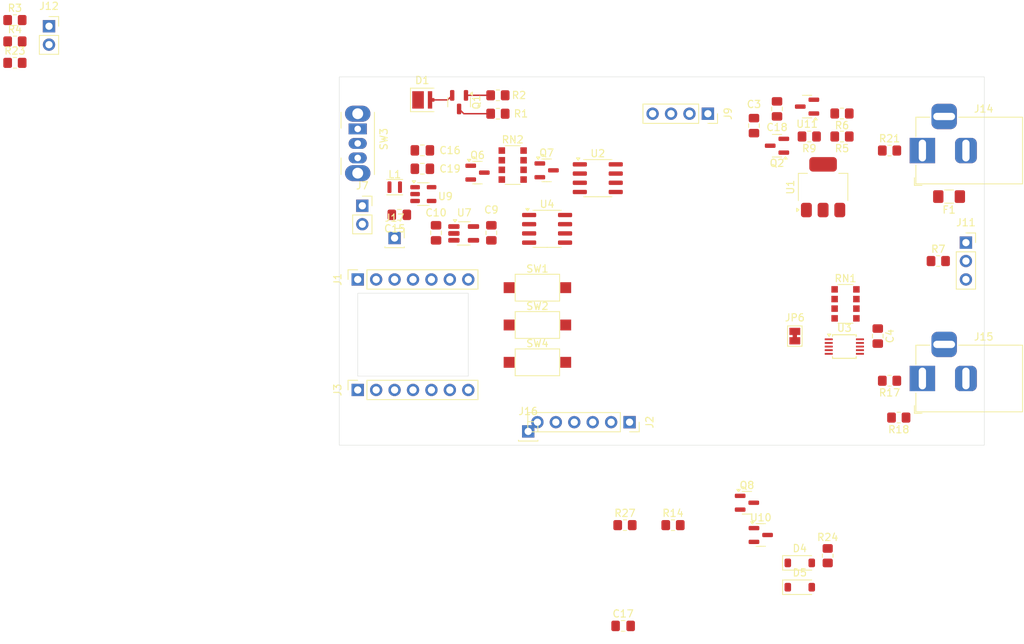
<source format=kicad_pcb>
(kicad_pcb (version 20241229) (generator "pcbnew") (generator_version "9.0")
  (layers (0 "F.Cu" signal) (4 "In1.Cu" signal) (6 "In2.Cu" signal) (2 "B.Cu" signal) (13 "F.Paste" user) (15 "B.Paste" user) (5 "F.SilkS" user "F.Silkscreen") (7 "B.SilkS" user "B.Silkscreen") (1 "F.Mask" user) (3 "B.Mask" user) (25 "Edge.Cuts" user))
  (net 0 "")
  (net 1 "GND")
  (net 2 "Resistor_Input")
  (net 3 "VDD")
  (net 4 "Net-(U7-C1+)")
  (net 5 "Net-(U7-C1-)")
  (net 6 "+9V")
  (net 7 "XIAO Batt Pin")
  (net 8 "/V Ref to ADS-0")
  (net 9 "/R Circuit I Output")
  (net 10 "Net-(D1-A)")
  (net 11 "/ADC-1")
  (net 12 "Net-(F1-Pad1)")
  (net 13 "D7")
  (net 14 "XIAO 5V")
  (net 15 "+3V3")
  (net 16 "D10~")
  (net 17 "D5~ (IR)")
  (net 18 "D9~")
  (net 19 "CS")
  (net 20 "MOSI")
  (net 21 "CLK")
  (net 22 "MISO")
  (net 23 "A0{slash}D14")
  (net 24 "SCL")
  (net 25 "A1{slash}D15")
  (net 26 "D3~")
  (net 27 "SDA")
  (net 28 "D6~")
  (net 29 "A2{slash}D16")
  (net 30 "+BATT")
  (net 31 "SDA-5V")
  (net 32 "SCL-5V")
  (net 33 "Net-(J11-Pin_2)")
  (net 34 "V_Input_REF")
  (net 35 "V_Input_Float")
  (net 36 "/R into ADS")
  (net 37 "ADS_ADDR")
  (net 38 "Net-(U9-SW)")
  (net 39 "Net-(Q1-B)")
  (net 40 "Net-(Q1-C)")
  (net 41 "Net-(Q2-G)")
  (net 42 "/Driver_U4_Out_A")
  (net 43 "A3{slash}D17")
  (net 44 "+VSW")
  (net 45 "Net-(U1-VO)")
  (net 46 "I_Input")
  (net 47 "/Uno5vPin")
  (net 49 "ADS_ALERT")
  (net 51 "/Driver_U2_Out_B")
  (net 54 "/Driver_U4_In_B")
  (net 57 "/Driver_U4_Out_B")
  (footprint "Connector_BarrelJack:BarrelJack_Horizontal" (layer "F.Cu") (at 207.36 86.36 180)
    (property "Reference" "J14" (at -8.45 5.75 0) (layer "F.SilkS"))
    (property "Value" "Barrel_Jack")
    (pad "1" thru_hole rect (at 0 0 180) (size 3.5 3.5) (drill oval 1 3) (layers "*.Cu" "*.Mask") (net 2 "Resistor_Input"))
    (pad "2" thru_hole roundrect (at -6 0 180) (size 3 3.5) (drill oval 1 3) (layers "*.Cu" "*.Mask") (net 12 "Net-(F1-Pad1)"))
    (pad "3" thru_hole roundrect (at -3 4.7 180) (size 3.5 3.5) (drill oval 3 1) (layers "*.Cu" "*.Mask"))
  )
  (footprint "Connector_PinSocket_2.54mm:PinSocket_1x03_P2.54mm_Vertical" (layer "F.Cu") (at 213.36 99.06)
    (property "Reference" "J11" (at 0 -2.77 0) (layer "F.SilkS"))
    (property "Value" "I_Input")
    (pad "1" thru_hole rect (at 0 0) (size 1.7 1.7) (drill 1) (layers "*.Cu" "*.Mask") (net 3 "VDD"))
    (pad "2" thru_hole circle (at 0 2.54) (size 1.7 1.7) (drill 1) (layers "*.Cu" "*.Mask") (net 33 "Net-(J11-Pin_2)"))
    (pad "3" thru_hole circle (at 0 5.08) (size 1.7 1.7) (drill 1) (layers "*.Cu" "*.Mask") (net 1 "GND"))
  )
  (footprint "Resistor_SMD:R_0805_2012Metric_Pad1.20x1.40mm_HandSolder" (layer "F.Cu") (at 202.835 118.11 180)
    (property "Reference" "R17" (at 0 -1.65 0) (layer "F.SilkS"))
    (property "Value" "499.0K")
    (pad "1" smd roundrect (at -1 0 180) (size 1.2 1.4) (layers "F.Cu" "F.Mask" "F.Paste") (roundrect_rratio 0.208333) (net 35 "V_Input_Float"))
    (pad "2" smd roundrect (at 1 0 180) (size 1.2 1.4) (layers "F.Cu" "F.Mask" "F.Paste") (roundrect_rratio 0.208333) (net 11 "/ADC-1"))
  )
  (footprint "Package_SO:SOIC-8_3.9x4.9mm_P1.27mm" (layer "F.Cu") (at 162.625 90.17)
    (property "Reference" "U2" (at 0 -3.4 0) (layer "F.SilkS"))
    (property "Value" "IX4426N")
    (pad "1" smd roundrect (at -2.475 -1.905) (size 1.95 0.6) (layers "F.Cu" "F.Mask" "F.Paste"))
    (pad "2" smd roundrect (at -2.475 -0.635) (size 1.95 0.6) (layers "F.Cu" "F.Mask" "F.Paste") (net 13 "D7"))
    (pad "3" smd roundrect (at -2.475 0.635) (size 1.95 0.6) (layers "F.Cu" "F.Mask" "F.Paste") (net 1 "GND"))
    (pad "4" smd roundrect (at -2.475 1.905) (size 1.95 0.6) (layers "F.Cu" "F.Mask" "F.Paste") (net 18 "D9~"))
    (pad "5" smd roundrect (at 2.475 1.905) (size 1.95 0.6) (layers "F.Cu" "F.Mask" "F.Paste") (net 51 "/Driver_U2_Out_B"))
    (pad "6" smd roundrect (at 2.475 0.635) (size 1.95 0.6) (layers "F.Cu" "F.Mask" "F.Paste") (net 6 "+9V"))
    (pad "7" smd roundrect (at 2.475 -0.635) (size 1.95 0.6) (layers "F.Cu" "F.Mask" "F.Paste") (net 41 "Net-(Q2-G)"))
    (pad "8" smd roundrect (at 2.475 -1.905) (size 1.95 0.6) (layers "F.Cu" "F.Mask" "F.Paste"))
  )
  (footprint "Capacitor_SMD:C_0805_2012Metric_Pad1.18x1.45mm_HandSolder" (layer "F.Cu") (at 138.45 88.875 180)
    (property "Reference" "C19" (at -3.81 0 0) (layer "F.SilkS"))
    (property "Value" "22uF")
    (pad "1" smd roundrect (at -1.0375 0 180) (size 1.175 1.45) (layers "F.Cu" "F.Mask" "F.Paste") (roundrect_rratio 0.212766) (net 3 "VDD"))
    (pad "2" smd roundrect (at 1.0375 0 180) (size 1.175 1.45) (layers "F.Cu" "F.Mask" "F.Paste") (roundrect_rratio 0.212766) (net 1 "GND"))
  )
  (footprint "Connector_BarrelJack:BarrelJack_Horizontal" (layer "F.Cu") (at 207.36 117.7975 180)
    (property "Reference" "J15" (at -8.45 5.75 0) (layer "F.SilkS"))
    (property "Value" "Barrel_Jack")
    (pad "1" thru_hole rect (at 0 0 180) (size 3.5 3.5) (drill oval 1 3) (layers "*.Cu" "*.Mask") (net 35 "V_Input_Float"))
    (pad "2" thru_hole roundrect (at -6 0 180) (size 3 3.5) (drill oval 1 3) (layers "*.Cu" "*.Mask") (net 34 "V_Input_REF"))
    (pad "3" thru_hole roundrect (at -3 4.7 180) (size 3.5 3.5) (drill oval 3 1) (layers "*.Cu" "*.Mask"))
  )
  (footprint "Resistor_SMD:R_0805_2012Metric_Pad1.20x1.40mm_HandSolder" (layer "F.Cu") (at 166.37 138.025)
    (property "Reference" "R27" (at 0 -1.65 0) (layer "F.SilkS"))
    (property "Value" "4.7K")
    (pad "1" smd roundrect (at -1 0) (size 1.2 1.4) (layers "F.Cu" "F.Mask" "F.Paste") (roundrect_rratio 0.208333) (net 3 "VDD"))
    (pad "2" smd roundrect (at 1 0) (size 1.2 1.4) (layers "F.Cu" "F.Mask" "F.Paste") (roundrect_rratio 0.208333) (net 8 "/V Ref to ADS-0"))
  )
  (footprint "Resistor_SMD:R_0805_2012Metric_Pad1.20x1.40mm_HandSolder" (layer "F.Cu") (at 82.295 71.315)
    (property "Reference" "R4" (at 0 -1.65 0) (layer "F.SilkS"))
    (property "Value" "100K")
    (pad "1" smd roundrect (at -1 0) (size 1.2 1.4) (layers "F.Cu" "F.Mask" "F.Paste") (roundrect_rratio 0.208333) (net 43 "A3{slash}D17"))
    (pad "2" smd roundrect (at 1 0) (size 1.2 1.4) (layers "F.Cu" "F.Mask" "F.Paste") (roundrect_rratio 0.208333) (net 44 "+VSW"))
  )
  (footprint "Capacitor_SMD:C_0805_2012Metric_Pad1.18x1.45mm_HandSolder" (layer "F.Cu") (at 140.335 97.7075 -90)
    (property "Reference" "C10" (at -2.7725 0 0) (layer "F.SilkS"))
    (property "Value" "4.7uF")
    (pad "1" smd roundrect (at -1.0375 0 270) (size 1.175 1.45) (layers "F.Cu" "F.Mask" "F.Paste") (roundrect_rratio 0.212766) (net 1 "GND"))
    (pad "2" smd roundrect (at 1.0375 0 270) (size 1.175 1.45) (layers "F.Cu" "F.Mask" "F.Paste") (roundrect_rratio 0.212766) (net 6 "+9V"))
  )
  (footprint "Jumper:SolderJumper-2_P1.3mm_Bridged_Pad1.0x1.5mm" (layer "F.Cu") (at 189.78 111.95 -90)
    (property "Reference" "JP6" (at -2.54 0 180) (layer "F.SilkS"))
    (property "Value" "Jumper_2_Bridged")
    (fp_poly (pts (xy -0.25 -0.3) (xy 0.25 -0.3) (xy 0.25 0.3) (xy -0.25 0.3)) (fill yes) (layer "F.Cu"))
    (pad "1" smd rect (at -0.65 0 270) (size 1 1.5) (layers "F.Cu" "F.Mask") (net 1 "GND"))
    (pad "2" smd rect (at 0.65 0 270) (size 1 1.5) (layers "F.Cu" "F.Mask") (net 37 "ADS_ADDR"))
  )
  (footprint "Package_TO_SOT_SMD:SOT-23-5" (layer "F.Cu") (at 138.5825 92.365)
    (property "Reference" "U9" (at 3.0425 0.32 0) (layer "F.SilkS"))
    (property "Value" "TPS613222ADBV")
    (pad "1" smd roundrect (at -1.1375 -0.95) (size 1.325 0.6) (layers "F.Cu" "F.Mask" "F.Paste") (net 38 "Net-(U9-SW)"))
    (pad "2" smd roundrect (at -1.1375 0) (size 1.325 0.6) (layers "F.Cu" "F.Mask" "F.Paste") (net 1 "GND"))
    (pad "3" smd roundrect (at -1.1375 0.95) (size 1.325 0.6) (layers "F.Cu" "F.Mask" "F.Paste") (net 1 "GND"))
    (pad "4" smd roundrect (at 1.1375 0.95) (size 1.325 0.6) (layers "F.Cu" "F.Mask" "F.Paste") (net 3 "VDD"))
    (pad "5" smd roundrect (at 1.1375 -0.95) (size 1.325 0.6) (layers "F.Cu" "F.Mask" "F.Paste") (net 3 "VDD"))
  )
  (footprint "Resistor_SMD:R_0805_2012Metric_Pad1.20x1.40mm_HandSolder" (layer "F.Cu") (at 196.28 84.425 180)
    (property "Reference" "R5" (at 0 -1.65 0) (layer "F.SilkS"))
    (property "Value" "62.0")
    (pad "1" smd roundrect (at -1 0 180) (size 1.2 1.4) (layers "F.Cu" "F.Mask" "F.Paste") (roundrect_rratio 0.208333) (net 45 "Net-(U1-VO)"))
    (pad "2" smd roundrect (at 1 0 180) (size 1.2 1.4) (layers "F.Cu" "F.Mask" "F.Paste") (roundrect_rratio 0.208333) (net 9 "/R Circuit I Output"))
  )
  (footprint "Resistor_SMD:R_0805_2012Metric_Pad1.20x1.40mm_HandSolder" (layer "F.Cu") (at 82.295 68.365)
    (property "Reference" "R3" (at 0 -1.65 0) (layer "F.SilkS"))
    (property "Value" "22K")
    (pad "1" smd roundrect (at -1 0) (size 1.2 1.4) (layers "F.Cu" "F.Mask" "F.Paste") (roundrect_rratio 0.208333) (net 1 "GND"))
    (pad "2" smd roundrect (at 1 0) (size 1.2 1.4) (layers "F.Cu" "F.Mask" "F.Paste") (roundrect_rratio 0.208333) (net 43 "A3{slash}D17"))
  )
  (footprint "Resistor_SMD:R_0805_2012Metric_Pad1.20x1.40mm_HandSolder" (layer "F.Cu") (at 202.835 86.36)
    (property "Reference" "R21" (at 0 -1.65 0) (layer "F.SilkS"))
    (property "Value" "0")
    (pad "1" smd roundrect (at -1 0) (size 1.2 1.4) (layers "F.Cu" "F.Mask" "F.Paste") (roundrect_rratio 0.208333) (net 36 "/R into ADS"))
    (pad "2" smd roundrect (at 1 0) (size 1.2 1.4) (layers "F.Cu" "F.Mask" "F.Paste") (roundrect_rratio 0.208333) (net 2 "Resistor_Input"))
  )
  (footprint "Connector_PinSocket_2.54mm:PinSocket_1x07_P2.54mm_Vertical" (layer "F.Cu") (at 129.54 119.38 90)
    (property "Reference" "J3" (at 0 -2.77 90) (layer "F.SilkS"))
    (property "Value" "Conn_01x07_Pin")
    (pad "1" thru_hole rect (at 0 0 90) (size 1.7 1.7) (drill 1) (layers "*.Cu" "*.Mask") (net 23 "A0{slash}D14"))
    (pad "2" thru_hole circle (at 0 2.54 90) (size 1.7 1.7) (drill 1) (layers "*.Cu" "*.Mask") (net 25 "A1{slash}D15"))
    (pad "3" thru_hole circle (at 0 5.08 90) (size 1.7 1.7) (drill 1) (layers "*.Cu" "*.Mask") (net 29 "A2{slash}D16"))
    (pad "4" thru_hole circle (at 0 7.62 90) (size 1.7 1.7) (drill 1) (layers "*.Cu" "*.Mask") (net 26 "D3~"))
    (pad "5" thru_hole circle (at 0 10.16 90) (size 1.7 1.7) (drill 1) (layers "*.Cu" "*.Mask") (net 27 "SDA"))
    (pad "6" thru_hole circle (at 0 12.7 90) (size 1.7 1.7) (drill 1) (layers "*.Cu" "*.Mask") (net 24 "SCL"))
    (pad "7" thru_hole circle (at 0 15.24 90) (size 1.7 1.7) (drill 1) (layers "*.Cu" "*.Mask") (net 28 "D6~"))
  )
  (footprint "Resistor_SMD:R_Array_Convex_4x1206" (layer "F.Cu") (at 196.765 107.505)
    (property "Reference" "RN1" (at 0 -3.5 0) (layer "F.SilkS"))
    (property "Value" "1K x4")
    (pad "1" smd rect (at -1.5 -2) (size 0.9 0.9) (layers "F.Cu" "F.Mask" "F.Paste"))
    (pad "2" smd rect (at -1.5 -0.66) (size 0.9 0.9) (layers "F.Cu" "F.Mask" "F.Paste") (net 31 "SDA-5V"))
    (pad "3" smd rect (at -1.5 0.66) (size 0.9 0.9) (layers "F.Cu" "F.Mask" "F.Paste") (net 32 "SCL-5V"))
    (pad "4" smd rect (at -1.5 2) (size 0.9 0.9) (layers "F.Cu" "F.Mask" "F.Paste") (net 49 "ADS_ALERT"))
    (pad "5" smd rect (at 1.5 2) (size 0.9 0.9) (layers "F.Cu" "F.Mask" "F.Paste") (net 3 "VDD"))
    (pad "6" smd rect (at 1.5 0.66) (size 0.9 0.9) (layers "F.Cu" "F.Mask" "F.Paste") (net 3 "VDD"))
    (pad "7" smd rect (at 1.5 -0.66) (size 0.9 0.9) (layers "F.Cu" "F.Mask" "F.Paste") (net 3 "VDD"))
    (pad "8" smd rect (at 1.5 -2) (size 0.9 0.9) (layers "F.Cu" "F.Mask" "F.Paste"))
  )
  (footprint "Resistor_SMD:R_0805_2012Metric_Pad1.20x1.40mm_HandSolder" (layer "F.Cu") (at 204.105 123.19 180)
    (property "Reference" "R18" (at 0 -1.65 0) (layer "F.SilkS"))
    (property "Value" "499.0K")
    (pad "1" smd roundrect (at -1 0 180) (size 1.2 1.4) (layers "F.Cu" "F.Mask" "F.Paste") (roundrect_rratio 0.208333) (net 34 "V_Input_REF"))
    (pad "2" smd roundrect (at 1 0 180) (size 1.2 1.4) (layers "F.Cu" "F.Mask" "F.Paste") (roundrect_rratio 0.208333) (net 8 "/V Ref to ADS-0"))
  )
  (footprint "Diode_SMD:D_SOD-123" (layer "F.Cu") (at 190.4625 146.585)
    (property "Reference" "D5" (at 0 -2 0) (layer "F.SilkS"))
    (property "Value" "D_Schottky")
    (pad "1" smd roundrect (at -1.65 0) (size 0.9 1.2) (layers "F.Cu" "F.Mask" "F.Paste") (net 11 "/ADC-1"))
    (pad "2" smd roundrect (at 1.65 0) (size 0.9 1.2) (layers "F.Cu" "F.Mask" "F.Paste") (net 1 "GND"))
  )
  (footprint "Connector_PinSocket_2.54mm:PinSocket_1x02_P2.54mm_Vertical" (layer "F.Cu") (at 86.995 69.215)
    (property "Reference" "J12" (at 0 -2.77 0) (layer "F.SilkS"))
    (property "Value" "Conn_01x02_Pin")
    (pad "1" thru_hole rect (at 0 0) (size 1.7 1.7) (drill 1) (layers "*.Cu" "*.Mask") (net 23 "A0{slash}D14"))
    (pad "2" thru_hole circle (at 0 2.54) (size 1.7 1.7) (drill 1) (layers "*.Cu" "*.Mask") (net 1 "GND"))
  )
  (footprint "Capacitor_SMD:C_0805_2012Metric_Pad1.18x1.45mm_HandSolder" (layer "F.Cu") (at 184.15 82.9225 90)
    (property "Reference" "C3" (at 2.9425 0 0) (layer "F.SilkS"))
    (property "Value" "2.2uF")
    (pad "1" smd roundrect (at -1.0375 0 90) (size 1.175 1.45) (layers "F.Cu" "F.Mask" "F.Paste") (roundrect_rratio 0.212766) (net 2 "Resistor_Input"))
    (pad "2" smd roundrect (at 1.0375 0 90) (size 1.175 1.45) (layers "F.Cu" "F.Mask" "F.Paste") (roundrect_rratio 0.212766) (net 1 "GND"))
  )
  (footprint "Capacitor_SMD:C_0805_2012Metric_Pad1.18x1.45mm_HandSolder" (layer "F.Cu") (at 187.325 80.615 90)
    (property "Reference" "C18" (at -2.54 0 0) (layer "F.SilkS"))
    (property "Value" "1uF")
    (pad "1" smd roundrect (at -1.0375 0 90) (size 1.175 1.45) (layers "F.Cu" "F.Mask" "F.Paste") (roundrect_rratio 0.212766) (net 9 "/R Circuit I Output"))
    (pad "2" smd roundrect (at 1.0375 0 90) (size 1.175 1.45) (layers "F.Cu" "F.Mask" "F.Paste") (roundrect_rratio 0.212766) (net 1 "GND"))
  )
  (footprint "Button_Switch_THT:SW_Slide_SPDT_Angled_CK_OS102011MA1Q" (layer "F.Cu") (at 129.54 83.38 -90)
    (property "Reference" "SW3" (at 1.4 -3.6 90) (layer "F.SilkS"))
    (property "Value" "SW_SPDT")
    (pad "" thru_hole oval (at -2.1 0 270) (size 2.2 3.5) (drill 1.5) (layers "*.Cu" "*.Mask"))
    (pad "" thru_hole oval (at 6.1 0 270) (size 2.2 3.5) (drill 1.5) (layers "*.Cu" "*.Mask"))
    (pad "1" thru_hole rect (at 0 0 270) (size 1.5 2.5) (drill 0.9) (layers "*.Cu" "*.Mask") (net 30 "+BATT"))
    (pad "2" thru_hole oval (at 2 0 270) (size 1.5 2.5) (drill 0.9) (layers "*.Cu" "*.Mask") (net 7 "XIAO Batt Pin"))
    (pad "3" thru_hole oval (at 4 0 270) (size 1.5 2.5) (drill 0.9) (layers "*.Cu" "*.Mask") (net 14 "XIAO 5V"))
  )
  (footprint "Capacitor_SMD:C_0805_2012Metric_Pad1.18x1.45mm_HandSolder" (layer "F.Cu") (at 138.45 86.335 180)
    (property "Reference" "C16" (at -3.81 0 0) (layer "F.SilkS"))
    (property "Value" "22uF")
    (pad "1" smd roundrect (at -1.0375 0 180) (size 1.175 1.45) (layers "F.Cu" "F.Mask" "F.Paste") (roundrect_rratio 0.212766) (net 3 "VDD"))
    (pad "2" smd roundrect (at 1.0375 0 180) (size 1.175 1.45) (layers "F.Cu" "F.Mask" "F.Paste") (roundrect_rratio 0.212766) (net 1 "GND"))
  )
  (footprint "Button_Switch_SMD:SW_SPST_CK_RS282G05A3" (layer "F.Cu") (at 154.305 115.57)
    (property "Reference" "SW4" (at 0 -2.6 0) (layer "F.SilkS"))
    (property "Value" "SW_Push")
    (pad "1" smd rect (at -3.9 0) (size 1.5 1.5) (layers "F.Cu" "F.Mask" "F.Paste") (net 25 "A1{slash}D15"))
    (pad "2" smd rect (at 3.9 0) (size 1.5 1.5) (layers "F.Cu" "F.Mask" "F.Paste") (net 1 "GND"))
  )
  (footprint "Capacitor_SMD:C_0805_2012Metric_Pad1.18x1.45mm_HandSolder" (layer "F.Cu") (at 135.275 95.225)
    (property "Reference" "C15" (at -0.635 1.905 0) (layer "F.SilkS"))
    (property "Value" "4.7uF")
    (pad "1" smd roundrect (at -1.0375 0) (size 1.175 1.45) (layers "F.Cu" "F.Mask" "F.Paste") (roundrect_rratio 0.212766) (net 7 "XIAO Batt Pin"))
    (pad "2" smd roundrect (at 1.0375 0) (size 1.175 1.45) (layers "F.Cu" "F.Mask" "F.Paste") (roundrect_rratio 0.212766) (net 1 "GND"))
  )
  (footprint "Package_TO_SOT_SMD:SOT-23-5_HandSoldering" (layer "F.Cu") (at 144.145 97.79)
    (property "Reference" "U7" (at 0.08 -2.855 0) (layer "F.SilkS"))
    (property "Value" "MAX1683")
    (pad "1" smd roundrect (at -1.35 -0.95) (size 1.56 0.65) (layers "F.Cu" "F.Mask" "F.Paste") (net 1 "GND"))
    (pad "2" smd roundrect (at -1.35 0) (size 1.56 0.65) (layers "F.Cu" "F.Mask" "F.Paste") (net 6 "+9V"))
    (pad "3" smd roundrect (at -1.35 0.95) (size 1.56 0.65) (layers "F.Cu" "F.Mask" "F.Paste") (net 5 "Net-(U7-C1-)"))
    (pad "4" smd roundrect (at 1.35 0.95) (size 1.56 0.65) (layers "F.Cu" "F.Mask" "F.Paste") (net 3 "VDD"))
    (pad "5" smd roundrect (at 1.35 -0.95) (size 1.56 0.65) (layers "F.Cu" "F.Mask" "F.Paste") (net 4 "Net-(U7-C1+)"))
  )
  (footprint "Package_SO:TSSOP-10_3x3mm_P0.5mm" (layer "F.Cu") (at 196.605 113.395)
    (property "Reference" "U3" (at 0 -2.55 0) (layer "F.SilkS"))
    (property "Value" "ADS1115IDGS")
    (pad "1" smd rect (at -2.15 -1) (size 1.1 0.25) (layers "F.Cu" "F.Mask" "F.Paste") (net 37 "ADS_ADDR"))
    (pad "2" smd rect (at -2.15 -0.5) (size 1.1 0.25) (layers "F.Cu" "F.Mask" "F.Paste") (net 49 "ADS_ALERT"))
    (pad "3" smd rect (at -2.15 0) (size 1.1 0.25) (layers "F.Cu" "F.Mask" "F.Paste") (net 1 "GND"))
    (pad "4" smd rect (at -2.15 0.5) (size 1.1 0.25) (layers "F.Cu" "F.Mask" "F.Paste") (net 8 "/V Ref to ADS-0"))
    (pad "5" smd rect (at -2.15 1) (size 1.1 0.25) (layers "F.Cu" "F.Mask" "F.Paste") (net 11 "/ADC-1"))
    (pad "6" smd rect (at 2.15 1) (size 1.1 0.25) (layers "F.Cu" "F.Mask" "F.Paste") (net 36 "/R into ADS"))
    (pad "7" smd rect (at 2.15 0.5) (size 1.1 0.25) (layers "F.Cu" "F.Mask" "F.Paste") (net 46 "I_Input"))
    (pad "8" smd rect (at 2.15 0) (size 1.1 0.25) (layers "F.Cu" "F.Mask" "F.Paste") (net 3 "VDD"))
    (pad "9" smd rect (at 2.15 -0.5) (size 1.1 0.25) (layers "F.Cu" "F.Mask" "F.Paste") (net 31 "SDA-5V"))
    (pad "10" smd rect (at 2.15 -1) (size 1.1 0.25) (layers "F.Cu" "F.Mask" "F.Paste") (net 32 "SCL-5V"))
  )
  (footprint "Resistor_SMD:R_0805_2012Metric_Pad1.20x1.40mm_HandSolder" (layer "F.Cu") (at 191.77 84.425 180)
    (property "Reference" "R9" (at 0 -1.65 0) (layer "F.SilkS"))
    (property "Value" "22.0K")
    (pad "1" smd roundrect (at -1 0 180) (size 1.2 1.4) (layers "F.Cu" "F.Mask" "F.Paste") (roundrect_rratio 0.208333) (net 9 "/R Circuit I Output"))
    (pad "2" smd roundrect (at 1 0 180) (size 1.2 1.4) (layers "F.Cu" "F.Mask" "F.Paste") (roundrect_rratio 0.208333) (net 2 "Resistor_Input"))
  )
  (footprint "Capacitor_SMD:C_0805_2012Metric_Pad1.18x1.45mm_HandSolder" (layer "F.Cu") (at 147.955 97.7075 90)
    (property "Reference" "C9" (at 3.175 0 180) (layer "F.SilkS"))
    (property "Value" "4.7uF")
    (pad "1" smd roundrect (at -1.0375 0 90) (size 1.175 1.45) (layers "F.Cu" "F.Mask" "F.Paste") (roundrect_rratio 0.212766) (net 5 "Net-(U7-C1-)"))
    (pad "2" smd roundrect (at 1.0375 0 90) (size 1.175 1.45) (layers "F.Cu" "F.Mask" "F.Paste") (roundrect_rratio 0.212766) (net 4 "Net-(U7-C1+)"))
  )
  (footprint "Resistor_SMD:R_0805_2012Metric_Pad1.20x1.40mm_HandSolder" (layer "F.Cu") (at 148.86 78.74 180)
    (property "Reference" "R2" (at -2.905 0 0) (layer "F.SilkS"))
    (property "Value" "1K")
    (pad "1" smd roundrect (at -1 0 180) (size 1.2 1.4) (layers "F.Cu" "F.Mask" "F.Paste") (roundrect_rratio 0.208333) (net 28 "D6~"))
    (pad "2" smd roundrect (at 1 0 180) (size 1.2 1.4) (layers "F.Cu" "F.Mask" "F.Paste") (roundrect_rratio 0.208333) (net 39 "Net-(Q1-B)"))
  )
  (footprint "Inductor_SMD:L_Murata_DFE201610P" (layer "F.Cu") (at 134.64 91.415)
    (property "Reference" "L1" (at 0 -1.75 0) (layer "F.SilkS"))
    (property "Value" "2.2uH")
    (pad "1" smd roundrect (at -0.725 0) (size 0.55 1.6) (layers "F.Cu" "F.Mask" "F.Paste") (net 7 "XIAO Batt Pin"))
    (pad "2" smd roundrect (at 0.725 0) (size 0.55 1.6) (layers "F.Cu" "F.Mask" "F.Paste") (net 38 "Net-(U9-SW)"))
  )
  (footprint "Capacitor_SMD:C_0805_2012Metric_Pad1.18x1.45mm_HandSolder" (layer "F.Cu") (at 201.21 111.95 -90)
    (property "Reference" "C4" (at 0 -1.68 90) (layer "F.SilkS"))
    (property "Value" "0.1uF")
    (pad "1" smd roundrect (at -1.0375 0 270) (size 1.175 1.45) (layers "F.Cu" "F.Mask" "F.Paste") (roundrect_rratio 0.212766) (net 1 "GND"))
    (pad "2" smd roundrect (at 1.0375 0 270) (size 1.175 1.45) (layers "F.Cu" "F.Mask" "F.Paste") (roundrect_rratio 0.212766) (net 3 "VDD"))
  )
  (footprint "Package_TO_SOT_SMD:SOT-223-3_TabPin2" (layer "F.Cu") (at 193.675 91.415 90)
    (property "Reference" "U1" (at 0 -4.5 90) (layer "F.SilkS"))
    (property "Value" "LM317_TO-220")
    (pad "1" smd roundrect (at -3.15 -2.3 90) (size 2 1.5) (layers "F.Cu" "F.Mask" "F.Paste") (net 9 "/R Circuit I Output"))
    (pad "2" smd roundrect (at -3.15 0 90) (size 2 1.5) (layers "F.Cu" "F.Mask" "F.Paste") (net 45 "Net-(U1-VO)"))
    (pad "2" smd roundrect (at 3.15 0 90) (size 2 3.8) (layers "F.Cu" "F.Mask" "F.Paste") (net 45 "Net-(U1-VO)"))
    (pad "3" smd roundrect (at -3.15 2.3 90) (size 2 1.5) (layers "F.Cu" "F.Mask" "F.Paste") (net 51 "/Driver_U2_Out_B"))
  )
  (footprint "Fuse:Fuse_1206_3216Metric_Pad1.42x1.75mm_HandSolder" (layer "F.Cu") (at 211.0375 92.71 180)
    (property "Reference" "F1" (at 0 -1.83 0) (layer "F.SilkS"))
    (property "Value" "Fuse")
    (pad "1" smd roundrect (at -1.4875 0 180) (size 1.425 1.75) (layers "F.Cu" "F.Mask" "F.Paste") (roundrect_rratio 0.175439) (net 12 "Net-(F1-Pad1)"))
    (pad "2" smd roundrect (at 1.4875 0 180) (size 1.425 1.75) (layers "F.Cu" "F.Mask" "F.Paste") (roundrect_rratio 0.175439) (net 1 "GND"))
  )
  (footprint "Connector_PinSocket_2.54mm:PinSocket_1x04_P2.54mm_Vertical" (layer "F.Cu") (at 177.8 81.28 -90)
    (property "Reference" "J9" (at 0 -2.77 90) (layer "F.SilkS"))
    (property "Value" "Out to Screen")
    (pad "1" thru_hole rect (at 0 0 270) (size 1.7 1.7) (drill 1) (layers "*.Cu" "*.Mask") (net 31 "SDA-5V"))
    (pad "2" thru_hole circle (at 0 2.54 270) (size 1.7 1.7) (drill 1) (layers "*.Cu" "*.Mask") (net 32 "SCL-5V"))
    (pad "3" thru_hole circle (at 0 5.08 270) (size 1.7 1.7) (drill 1) (layers "*.Cu" "*.Mask") (net 3 "VDD"))
    (pad "4" thru_hole circle (at 0 7.62 270) (size 1.7 1.7) (drill 1) (layers "*.Cu" "*.Mask") (net 1 "GND"))
  )
  (footprint "Resistor_SMD:R_0805_2012Metric_Pad1.20x1.40mm_HandSolder" (layer "F.Cu") (at 196.28 81.25 180)
    (property "Reference" "R6" (at 0 -1.65 0) (layer "F.SilkS"))
    (property "Value" "330.0")
    (pad "1" smd roundrect (at -1 0 180) (size 1.2 1.4) (layers "F.Cu" "F.Mask" "F.Paste") (roundrect_rratio 0.208333) (net 1 "GND"))
    (pad "2" smd roundrect (at 1 0 180) (size 1.2 1.4) (layers "F.Cu" "F.Mask" "F.Paste") (roundrect_rratio 0.208333) (net 9 "/R Circuit I Output"))
  )
  (footprint "Connector_PinSocket_2.54mm:PinSocket_1x01_P2.54mm_Vertical" (layer "F.Cu") (at 153.035 125.095)
    (property "Reference" "J16" (at 0 -2.77 0) (layer "F.SilkS"))
    (property "Value" "Conn_01x01_Socket")
    (pad "1" thru_hole rect (at 0 0) (size 1.7 1.7) (drill 1) (layers "*.Cu" "*.Mask") (net 36 "/R into ADS"))
  )
  (footprint "Package_SO:SOIC-8_3.9x4.9mm_P1.27mm" (layer "F.Cu") (at 155.64 97.155)
    (property "Reference" "U4" (at 0 -3.4 0) (layer "F.SilkS"))
    (property "Value" "IX4426N")
    (pad "1" smd roundrect (at -2.475 -1.905) (size 1.95 0.6) (layers "F.Cu" "F.Mask" "F.Paste"))
    (pad "2" smd roundrect (at -2.475 -0.635) (size 1.95 0.6) (layers "F.Cu" "F.Mask" "F.Paste") (net 17 "D5~ (IR)"))
    (pad "3" smd roundrect (at -2.475 0.635) (size 1.95 0.6) (layers "F.Cu" "F.Mask" "F.Paste") (net 1 "GND"))
    (pad "4" smd roundrect (at -2.475 1.905) (size 1.95 0.6) (layers "F.Cu" "F.Mask" "F.Paste") (net 54 "/Driver_U4_In_B"))
    (pad "5" smd roundrect (at 2.475 1.905) (size 1.95 0.6) (layers "F.Cu" "F.Mask" "F.Paste") (net 57 "/Driver_U4_Out_B"))
    (pad "6" smd roundrect (at 2.475 0.635) (size 1.95 0.6) (layers "F.Cu" "F.Mask" "F.Paste") (net 6 "+9V"))
    (pad "7" smd roundrect (at 2.475 -0.635) (size 1.95 0.6) (layers "F.Cu" "F.Mask" "F.Paste") (net 42 "/Driver_U4_Out_A"))
    (pad "8" smd roundrect (at 2.475 -1.905) (size 1.95 0.6) (layers "F.Cu" "F.Mask" "F.Paste"))
  )
  (footprint "Connector_PinSocket_2.54mm:PinSocket_1x07_P2.54mm_Vertical" (layer "F.Cu") (at 129.54 104.14 90)
    (property "Reference" "J1" (at 0 -2.77 90) (layer "F.SilkS"))
    (property "Value" "Conn_01x07_Pin")
    (pad "1" thru_hole rect (at 0 0 90) (size 1.7 1.7) (drill 1) (layers "*.Cu" "*.Mask") (net 14 "XIAO 5V"))
    (pad "2" thru_hole circle (at 0 2.54 90) (size 1.7 1.7) (drill 1) (layers "*.Cu" "*.Mask") (net 1 "GND"))
    (pad "3" thru_hole circle (at 0 5.08 90) (size 1.7 1.7) (drill 1) (layers "*.Cu" "*.Mask") (net 15 "+3V3"))
    (pad "4" thru_hole circle (at 0 7.62 90) (size 1.7 1.7) (drill 1) (layers "*.Cu" "*.Mask") (net 16 "D10~"))
    (pad "5" thru_hole circle (at 0 10.16 90) (size 1.7 1.7) (drill 1) (layers "*.Cu" "*.Mask") (net 18 "D9~"))
    (pad "6" thru_hole circle (at 0 12.7 90) (size 1.7 1.7) (drill 1) (layers "*.Cu" "*.Mask") (net 17 "D5~ (IR)"))
    (pad "7" thru_hole circle (at 0 15.24 90) (size 1.7 1.7) (drill 1) (layers "*.Cu" "*.Mask") (net 13 "D7"))
  )
  (footprint "LED_SMD:LED_Luminus_MP-3030-1100_3.0x3.0mm" (layer "F.Cu") (at 138.43 79.375)
    (property "Reference" "D1" (at 0 -2.7 0) (layer "F.SilkS"))
    (property "Value" "LED")
    (pad "1" smd rect (at -0.575 0) (size 1.6 2.4) (layers "F.Cu" "F.Mask") (net 1 "GND"))
    (pad "2" smd rect (at 1.075 0) (size 0.6 2.4) (layers "F.Cu" "F.Mask") (net 10 "Net-(D1-A)"))
    (pad "2" smd rect (at 1.375 0) (size 0.6 0.5) (layers "F.Cu" "F.Mask") (net 10 "Net-(D1-A)"))
  )
  (footprint "Button_Switch_SMD:SW_SPST_CK_RS282G05A3" (layer "F.Cu") (at 154.305 110.42)
    (property "Reference" "SW2" (at 0 -2.6 0) (layer "F.SilkS"))
    (property "Value" "SW_Push")
    (pad "1" smd rect (at -3.9 0) (size 1.5 1.5) (layers "F.Cu" "F.Mask" "F.Paste") (net 16 "D10~"))
    (pad "2" smd rect (at 3.9 0) (size 1.5 1.5) (layers "F.Cu" "F.Mask" "F.Paste") (net 1 "GND"))
  )
  (footprint "Package_TO_SOT_SMD:SOT-23" (layer "F.Cu") (at 191.4675 80.3 180)
    (property "Reference" "U11" (at 0 -2.4 0) (layer "F.SilkS"))
    (property "Value" "LM4040DBZ-5")
    (pad "1" smd roundrect (at -0.9375 -0.95 180) (size 1.475 0.6) (layers "F.Cu" "F.Mask" "F.Paste") (net 9 "/R Circuit I Output"))
    (pad "2" smd roundrect (at -0.9375 0.95 180) (size 1.475 0.6) (layers "F.Cu" "F.Mask" "F.Paste") (net 1 "GND"))
    (pad "3" smd roundrect (at 0.9375 0 180) (size 1.475 0.6) (layers "F.Cu" "F.Mask" "F.Paste") (net 1 "GND"))
  )
  (footprint "Button_Switch_SMD:SW_SPST_CK_RS282G05A3" (layer "F.Cu") (at 154.305 105.27)
    (property "Reference" "SW1" (at 0 -2.6 0) (layer "F.SilkS"))
    (property "Value" "SW_Push")
    (pad "1" smd rect (at -3.9 0) (size 1.5 1.5) (layers "F.Cu" "F.Mask" "F.Paste") (net 26 "D3~"))
    (pad "2" smd rect (at 3.9 0) (size 1.5 1.5) (layers "F.Cu" "F.Mask" "F.Paste") (net 1 "GND"))
  )
  (footprint "Resistor_SMD:R_0805_2012Metric_Pad1.20x1.40mm_HandSolder" (layer "F.Cu") (at 209.55 101.6)
    (property "Reference" "R7" (at 0 -1.65 0) (layer "F.SilkS"))
    (property "Value" "0")
    (pad "1" smd roundrect (at -1 0) (size 1.2 1.4) (layers "F.Cu" "F.Mask" "F.Paste") (roundrect_rratio 0.208333) (net 46 "I_Input"))
    (pad "2" smd roundrect (at 1 0) (size 1.2 1.4) (layers "F.Cu" "F.Mask" "F.Paste") (roundrect_rratio 0.208333) (net 33 "Net-(J11-Pin_2)"))
  )
  (footprint "Resistor_SMD:R_Array_Convex_4x1206" (layer "F.Cu") (at 150.9 88.36)
    (property "Reference" "RN2" (at 0 -3.5 0) (layer "F.SilkS"))
    (property "Value" "10k x4")
    (pad "1" smd rect (at -1.5 -2) (size 0.9 0.9) (layers "F.Cu" "F.Mask" "F.Paste") (net 3 "VDD"))
    (pad "2" smd rect (at -1.5 -0.66) (size 0.9 0.9) (layers "F.Cu" "F.Mask" "F.Paste") (net 3 "VDD"))
    (pad "3" smd rect (at -1.5 0.66) (size 0.9 0.9) (layers "F.Cu" "F.Mask" "F.Paste") (net 15 "+3V3"))
    (pad "4" smd rect (at -1.5 2) (size 0.9 0.9) (layers "F.Cu" "F.Mask" "F.Paste") (net 24 "SCL"))
    (pad "5" smd rect (at 1.5 2) (size 0.9 0.9) (layers "F.Cu" "F.Mask" "F.Paste") (net 15 "+3V3"))
    (pad "6" smd rect (at 1.5 0.66) (size 0.9 0.9) (layers "F.Cu" "F.Mask" "F.Paste") (net 27 "SDA"))
    (pad "7" smd rect (at 1.5 -0.66) (size 0.9 0.9) (layers "F.Cu" "F.Mask" "F.Paste") (net 31 "SDA-5V"))
    (pad "8" smd rect (at 1.5 -2) (size 0.9 0.9) (layers "F.Cu" "F.Mask" "F.Paste") (net 32 "SCL-5V"))
  )
  (footprint "Package_TO_SOT_SMD:SOT-23" (layer "F.Cu") (at 146.05 89.405)
    (property "Reference" "Q6" (at 0 -2.4 0) (layer "F.SilkS"))
    (property "Value" "BSS138")
    (pad "1" smd roundrect (at -0.9375 -0.95) (size 1.475 0.6) (layers "F.Cu" "F.Mask" "F.Paste") (net 15 "+3V3"))
    (pad "2" smd roundrect (at -0.9375 0.95) (size 1.475 0.6) (layers "F.Cu" "F.Mask" "F.Paste") (net 24 "SCL"))
    (pad "3" smd roundrect (at 0.9375 0) (size 1.475 0.6) (layers "F.Cu" "F.Mask" "F.Paste") (net 32 "SCL-5V"))
  )
  (footprint "Connector_PinSocket_2.54mm:PinSocket_1x06_P2.54mm_Vertical" (layer "F.Cu") (at 167.005 123.825 -90)
    (property "Reference" "J2" (at 0 -2.77 90) (layer "F.SilkS"))
    (property "Value" "MicoSD")
    (pad "1" thru_hole rect (at 0 0 270) (size 1.7 1.7) (drill 1) (layers "*.Cu" "*.Mask") (net 1 "GND"))
    (pad "2" thru_hole circle (at 0 2.54 270) (size 1.7 1.7) (drill 1) (layers "*.Cu" "*.Mask") (net 22 "MISO"))
    (pad "3" thru_hole circle (at 0 5.08 270) (size 1.7 1.7) (drill 1) (layers "*.Cu" "*.Mask") (net 21 "CLK"))
    (pad "4" thru_hole circle (at 0 7.62 270) (size 1.7 1.7) (drill 1) (layers "*.Cu" "*.Mask") (net 20 "MOSI"))
    (pad "5" thru_hole circle (at 0 10.16 270) (size 1.7 1.7) (drill 1) (layers "*.Cu" "*.Mask") (net 19 "CS"))
    (pad "6" thru_hole circle (at 0 12.7 270) (size 1.7 1.7) (drill 1) (layers "*.Cu" "*.Mask") (net 15 "+3V3"))
  )
  (footprint "Resistor_SMD:R_0805_2012Metric_Pad1.20x1.40mm_HandSolder" (layer "F.Cu") (at 172.99 138.025)
    (property "Reference" "R14" (at 0 -1.65 0) (layer "F.SilkS"))
    (property "Value" "22.0K")
    (pad "1" smd roundrect (at -1 0) (size 1.2 1.4) (layers "F.Cu" "F.Mask" "F.Paste") (roundrect_rratio 0.208333) (net 8 "/V Ref to ADS-0"))
    (pad "2" smd roundrect (at 1 0) (size 1.2 1.4) (layers "F.Cu" "F.Mask" "F.Paste") (roundrect_rratio 0.208333) (net 11 "/ADC-1"))
  )
  (footprint "Diode_SMD:D_SOD-123" (layer "F.Cu") (at 190.4625 143.235)
    (property "Reference" "D4" (at 0 -2 0) (layer "F.SilkS"))
    (property "Value" "D_Schottky")
    (pad "1" smd roundrect (at -1.65 0) (size 0.9 1.2) (layers "F.Cu" "F.Mask" "F.Paste") (net 3 "VDD"))
    (pad "2" smd roundrect (at 1.65 0) (size 0.9 1.2) (layers "F.Cu" "F.Mask" "F.Paste") (net 11 "/ADC-1"))
  )
  (footprint "Package_TO_SOT_SMD:SOT-23" (layer "F.Cu") (at 183.1825 134.935)
    (property "Reference" "Q8" (at 0 -2.4 0) (layer "F.SilkS"))
    (property "Value" "SI2302 MOSFET")
    (pad "1" smd roundrect (at -0.9375 -0.95) (size 1.475 0.6) (layers "F.Cu" "F.Mask" "F.Paste") (net 42 "/Driver_U4_Out_A"))
    (pad "2" smd roundrect (at -0.9375 0.95) (size 1.475 0.6) (layers "F.Cu" "F.Mask" "F.Paste") (net 8 "/V Ref to ADS-0"))
    (pad "3" smd roundrect (at 0.9375 0) (size 1.475 0.6) (layers "F.Cu" "F.Mask" "F.Paste") (net 8 "/V Ref to ADS-0"))
  )
  (footprint "Connector_PinSocket_2.54mm:PinSocket_1x02_P2.54mm_Vertical" (layer "F.Cu") (at 130.175 93.98)
    (property "Reference" "J7" (at 0 -2.77 0) (layer "F.SilkS"))
    (property "Value" "Conn_01x02_Pin")
    (pad "1" thru_hole rect (at 0 0) (size 1.7 1.7) (drill 1) (layers "*.Cu" "*.Mask") (net 30 "+BATT"))
    (pad "2" thru_hole circle (at 0 2.54) (size 1.7 1.7) (drill 1) (layers "*.Cu" "*.Mask") (net 1 "GND"))
  )
  (footprint "Capacitor_SMD:C_0805_2012Metric_Pad1.18x1.45mm_HandSolder" (layer "F.Cu") (at 166.1175 151.925)
    (property "Reference" "C17" (at 0 -1.68 0) (layer "F.SilkS"))
    (property "Value" "0.1uF")
    (pad "1" smd roundrect (at -1.0375 0) (size 1.175 1.45) (layers "F.Cu" "F.Mask" "F.Paste") (roundrect_rratio 0.212766) (net 1 "GND"))
    (pad "2" smd roundrect (at 1.0375 0) (size 1.175 1.45) (layers "F.Cu" "F.Mask" "F.Paste") (roundrect_rratio 0.212766) (net 8 "/V Ref to ADS-0"))
  )
  (footprint "Package_TO_SOT_SMD:SOT-23" (layer "F.Cu") (at 143.51 79.69 -90)
    (property "Reference" "Q1" (at 0 -2.4 90) (layer "F.SilkS"))
    (property "Value" "MMBT3904")
    (pad "1" smd roundrect (at -0.9375 -0.95 270) (size 1.475 0.6) (layers "F.Cu" "F.Mask" "F.Paste") (net 39 "Net-(Q1-B)"))
    (pad "2" smd roundrect (at -0.9375 0.95 270) (size 1.475 0.6) (layers "F.Cu" "F.Mask" "F.Paste") (net 10 "Net-(D1-A)"))
    (pad "3" smd roundrect (at 0.9375 0 270) (size 1.475 0.6) (layers "F.Cu" "F.Mask" "F.Paste") (net 40 "Net-(Q1-C)"))
  )
  (footprint "Resistor_SMD:R_0805_2012Metric_Pad1.20x1.40mm_HandSolder" (layer "F.Cu") (at 82.295 74.265)
    (property "Reference" "R23" (at 0 -1.65 0) (layer "F.SilkS"))
    (property "Value" "0")
    (pad "1" smd roundrect (at -1 0) (size 1.2 1.4) (layers "F.Cu" "F.Mask" "F.Paste") (roundrect_rratio 0.208333) (net 47 "/Uno5vPin"))
    (pad "2" smd roundrect (at 1 0) (size 1.2 1.4) (layers "F.Cu" "F.Mask" "F.Paste") (roundrect_rratio 0.208333) (net 30 "+BATT"))
  )
  (footprint "Resistor_SMD:R_0805_2012Metric_Pad1.20x1.40mm_HandSolder" (layer "F.Cu") (at 194.31 142.24 90)
    (property "Reference" "R24" (at 2.54 0 180) (layer "F.SilkS"))
    (property "Value" "1.0M")
    (pad "1" smd roundrect (at -1 0 90) (size 1.2 1.4) (layers "F.Cu" "F.Mask" "F.Paste") (roundrect_rratio 0.208333) (net 11 "/ADC-1"))
    (pad "2" smd roundrect (at 1 0 90) (size 1.2 1.4) (layers "F.Cu" "F.Mask" "F.Paste") (roundrect_rratio 0.208333) (net 8 "/V Ref to ADS-0"))
  )
  (footprint "Package_TO_SOT_SMD:SOT-23" (layer "F.Cu") (at 187.325 85.695 180)
    (property "Reference" "Q2" (at 0 -2.4 0) (layer "F.SilkS"))
    (property "Value" "SI2302 MOSFET")
    (pad "1" smd roundrect (at -0.9375 -0.95 180) (size 1.475 0.6) (layers "F.Cu" "F.Mask" "F.Paste") (net 41 "Net-(Q2-G)"))
    (pad "2" smd roundrect (at -0.9375 0.95 180) (size 1.475 0.6) (layers "F.Cu" "F.Mask" "F.Paste") (net 2 "Resistor_Input"))
    (pad "3" smd roundrect (at 0.9375 0 180) (size 1.475 0.6) (layers "F.Cu" "F.Mask" "F.Paste") (net 9 "/R Circuit I Output"))
  )
  (footprint "Package_TO_SOT_SMD:SOT-23" (layer "F.Cu") (at 155.575 89.09)
    (property "Reference" "Q7" (at 0 -2.4 0) (layer "F.SilkS"))
    (property "Value" "BSS138")
    (pad "1" smd roundrect (at -0.9375 -0.95) (size 1.475 0.6) (layers "F.Cu" "F.Mask" "F.Paste") (net 15 "+3V3"))
    (pad "2" smd roundrect (at -0.9375 0.95) (size 1.475 0.6) (layers "F.Cu" "F.Mask" "F.Paste") (net 27 "SDA"))
    (pad "3" smd roundrect (at 0.9375 0) (size 1.475 0.6) (layers "F.Cu" "F.Mask" "F.Paste") (net 31 "SDA-5V"))
  )
  (footprint "Package_TO_SOT_SMD:SOT-23" (layer "F.Cu") (at 185.0875 139.385)
    (property "Reference" "U10" (at 0 -2.4 0) (layer "F.SilkS"))
    (property "Value" "LM4040DBZ-2.5")
    (pad "1" smd roundrect (at -0.9375 -0.95) (size 1.475 0.6) (layers "F.Cu" "F.Mask" "F.Paste") (net 8 "/V Ref to ADS-0"))
    (pad "2" smd roundrect (at -0.9375 0.95) (size 1.475 0.6) (layers "F.Cu" "F.Mask" "F.Paste") (net 1 "GND"))
    (pad "3" smd roundrect (at 0.9375 0) (size 1.475 0.6) (layers "F.Cu" "F.Mask" "F.Paste") (net 1 "GND"))
  )
  (footprint "Resistor_SMD:R_0805_2012Metric_Pad1.20x1.40mm_HandSolder" (layer "F.Cu") (at 148.86 81.28)
    (property "Reference" "R1" (at 3.175 0 0) (layer "F.SilkS"))
    (property "Value" "500")
    (pad "1" smd roundrect (at -1 0) (size 1.2 1.4) (layers "F.Cu" "F.Mask" "F.Paste") (roundrect_rratio 0.208333) (net 40 "Net-(Q1-C)"))
    (pad "2" smd roundrect (at 1 0) (size 1.2 1.4) (layers "F.Cu" "F.Mask" "F.Paste") (roundrect_rratio 0.208333) (net 3 "VDD"))
  )
  (footprint "Connector_PinSocket_2.54mm:PinSocket_1x01_P2.54mm_Vertical" (layer "F.Cu") (at 134.62 98.425)
    (property "Reference" "J17" (at 0 -2.77 0) (layer "F.SilkS"))
    (property "Value" "Conn_01x01_Socket")
    (pad "1" thru_hole rect (at 0 0) (size 1.7 1.7) (drill 1) (layers "*.Cu" "*.Mask") (net 7 "XIAO Batt Pin"))
  )
  (gr_rect (start 129.54 106.045) (end 144.78 117.475) (stroke (width 0.05)) (fill no) (layer "Edge.Cuts"))
  (gr_rect (start 127 76.2) (end 215.9 127) (stroke (width 0.05)) (fill no) (layer "Edge.Cuts"))
  (segment (start 142.56 78.7525) (end 141.9375 79.375) (width 0.2) (layer "F.Cu") (net 10))
  (segment (start 141.9375 79.375) (end 139.505 79.375) (width 0.2) (layer "F.Cu") (net 10))
  (segment (start 147.86 78.74) (end 144.4725 78.74) (width 0.2) (layer "F.Cu") (net 39))
  (segment (start 144.4725 78.74) (end 144.46 78.7525) (width 0.2) (layer "F.Cu") (net 39))
  (segment (start 144.1625 81.28) (end 147.86 81.28) (width 0.2) (layer "F.Cu") (net 40))
  (segment (start 143.51 80.6275) (end 144.1625 81.28) (width 0.2) (layer "F.Cu") (net 40))
)
</source>
